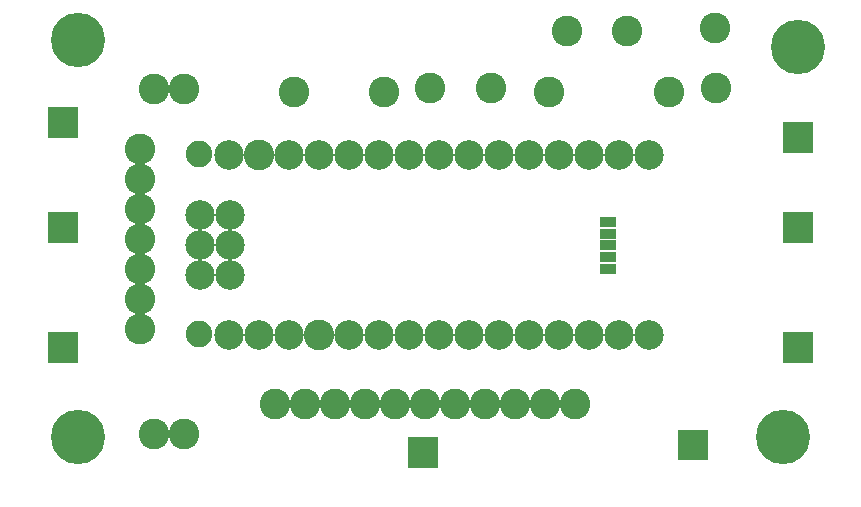
<source format=gbr>
%FSLAX34Y34*%
%MOMM*%
%LNSOLDERMASK_BOTTOM*%
G71*
G01*
%ADD10R,1.470X0.835*%
%ADD11C,2.500*%
%ADD12C,2.250*%
%ADD13C,2.600*%
%ADD14C,4.600*%
%LPD*%
X282228Y153964D02*
G54D10*
D03*
X282228Y143804D02*
G54D10*
D03*
X282228Y134152D02*
G54D10*
D03*
X282228Y123992D02*
G54D10*
D03*
X282228Y114086D02*
G54D10*
D03*
X-39336Y58460D02*
G54D11*
D03*
X-13936Y58460D02*
G54D11*
D03*
X11464Y58460D02*
G54D11*
D03*
X36864Y58460D02*
G54D11*
D03*
X62264Y58460D02*
G54D11*
D03*
X87664Y58460D02*
G54D11*
D03*
X113064Y58460D02*
G54D11*
D03*
X138464Y58460D02*
G54D11*
D03*
X163864Y58460D02*
G54D11*
D03*
X189264Y58460D02*
G54D11*
D03*
X214664Y58460D02*
G54D11*
D03*
X240064Y58460D02*
G54D11*
D03*
X265464Y58460D02*
G54D11*
D03*
X290864Y58460D02*
G54D11*
D03*
X316264Y58460D02*
G54D11*
D03*
X-39336Y210860D02*
G54D11*
D03*
X-13936Y210860D02*
G54D11*
D03*
X11464Y210860D02*
G54D11*
D03*
X36864Y210860D02*
G54D11*
D03*
X62264Y210860D02*
G54D11*
D03*
X87664Y210860D02*
G54D11*
D03*
X113064Y210860D02*
G54D11*
D03*
X138464Y210860D02*
G54D11*
D03*
X163864Y210860D02*
G54D11*
D03*
X189264Y210860D02*
G54D11*
D03*
X214664Y210860D02*
G54D11*
D03*
X240064Y210860D02*
G54D11*
D03*
X265464Y210860D02*
G54D11*
D03*
X290864Y210860D02*
G54D11*
D03*
X316264Y210860D02*
G54D11*
D03*
X-64577Y211019D02*
G54D12*
D03*
X-64577Y58619D02*
G54D12*
D03*
X-38320Y159806D02*
G54D11*
D03*
X-63720Y159806D02*
G54D11*
D03*
X-38320Y134406D02*
G54D11*
D03*
X-63720Y134406D02*
G54D11*
D03*
X-38320Y109006D02*
G54D11*
D03*
X-63720Y109006D02*
G54D11*
D03*
X92234Y263559D02*
G54D13*
D03*
X16034Y263559D02*
G54D13*
D03*
X-102891Y266134D02*
G54D13*
D03*
X-77391Y266134D02*
G54D13*
D03*
X131499Y267316D02*
G54D13*
D03*
X182480Y267429D02*
G54D13*
D03*
X231934Y263559D02*
G54D13*
D03*
X333534Y263559D02*
G54D13*
D03*
X298120Y315684D02*
G54D13*
D03*
X247139Y315572D02*
G54D13*
D03*
X372851Y318434D02*
G54D13*
D03*
X372963Y267454D02*
G54D13*
D03*
X182480Y267429D02*
G54D13*
D03*
X247139Y315572D02*
G54D13*
D03*
X372963Y267454D02*
G54D13*
D03*
X50800Y0D02*
G54D13*
D03*
X25400Y0D02*
G54D13*
D03*
X0Y0D02*
G54D13*
D03*
X101600Y0D02*
G54D13*
D03*
X76200Y0D02*
G54D13*
D03*
X50800Y0D02*
G54D13*
D03*
X152400Y0D02*
G54D13*
D03*
X127000Y0D02*
G54D13*
D03*
X101600Y0D02*
G54D13*
D03*
X203199Y0D02*
G54D13*
D03*
X177799Y0D02*
G54D13*
D03*
X152400Y0D02*
G54D13*
D03*
X228599Y0D02*
G54D13*
D03*
X203199Y0D02*
G54D13*
D03*
X177799Y0D02*
G54D13*
D03*
X253999Y0D02*
G54D13*
D03*
X228599Y0D02*
G54D13*
D03*
X203199Y0D02*
G54D13*
D03*
X-114300Y139700D02*
G54D13*
D03*
X-114300Y139700D02*
G54D13*
D03*
X-114300Y165100D02*
G54D13*
D03*
X-114300Y190500D02*
G54D13*
D03*
X-114300Y88900D02*
G54D13*
D03*
X-114300Y88900D02*
G54D13*
D03*
X-114300Y114300D02*
G54D13*
D03*
X-114300Y139700D02*
G54D13*
D03*
X-114300Y63500D02*
G54D13*
D03*
X-114300Y88900D02*
G54D13*
D03*
X-114300Y165100D02*
G54D13*
D03*
X-114300Y165100D02*
G54D13*
D03*
X-114300Y190500D02*
G54D13*
D03*
X-114300Y215900D02*
G54D13*
D03*
X-114300Y63500D02*
G54D13*
D03*
X36864Y58460D02*
G54D13*
D03*
X-13936Y210860D02*
G54D13*
D03*
X-166846Y308009D02*
G54D14*
D03*
X-166846Y-28541D02*
G54D14*
D03*
X430054Y-28541D02*
G54D14*
D03*
X442754Y301659D02*
G54D14*
D03*
G36*
X340854Y-21891D02*
X366854Y-21891D01*
X366854Y-47891D01*
X340854Y-47891D01*
X340854Y-21891D01*
G37*
G36*
X112254Y-28241D02*
X138254Y-28241D01*
X138254Y-54241D01*
X112254Y-54241D01*
X112254Y-28241D01*
G37*
G36*
X429754Y238459D02*
X455754Y238459D01*
X455754Y212459D01*
X429754Y212459D01*
X429754Y238459D01*
G37*
G36*
X429754Y60659D02*
X455754Y60659D01*
X455754Y34659D01*
X429754Y34659D01*
X429754Y60659D01*
G37*
G36*
X-192546Y251159D02*
X-166546Y251159D01*
X-166546Y225159D01*
X-192546Y225159D01*
X-192546Y251159D01*
G37*
G36*
X-192546Y60659D02*
X-166546Y60659D01*
X-166546Y34659D01*
X-192546Y34659D01*
X-192546Y60659D01*
G37*
G36*
X-192546Y162259D02*
X-166546Y162259D01*
X-166546Y136259D01*
X-192546Y136259D01*
X-192546Y162259D01*
G37*
G36*
X429754Y162259D02*
X455754Y162259D01*
X455754Y136259D01*
X429754Y136259D01*
X429754Y162259D01*
G37*
X-102891Y-25966D02*
G54D13*
D03*
X-77391Y-25966D02*
G54D13*
D03*
M02*

</source>
